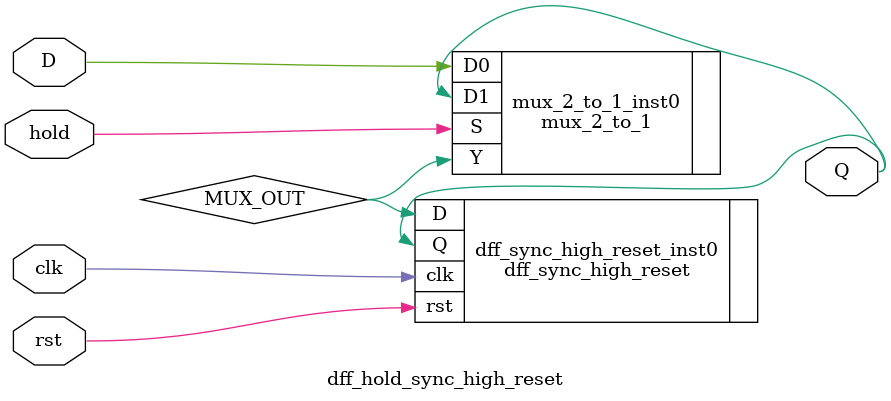
<source format=v>
module dff_hold_sync_high_reset (
  clk,
  rst,
  hold,
  D,
  Q);
  
  parameter DATA_WIDTH = 1;
  
  input                   clk;
  input                   rst;
  input                   hold;
  input  [DATA_WIDTH-1:0] D;
  output [DATA_WIDTH-1:0] Q;
  
  wire                    clk;
  wire                    rst;
  wire                    hold;
  wire   [DATA_WIDTH-1:0] D;
  wire   [DATA_WIDTH-1:0] Q;
  
  wire   [DATA_WIDTH-1:0] MUX_OUT;
  
  mux_2_to_1 # (
    .DATA_WIDTH(DATA_WIDTH)
  ) mux_2_to_1_inst0 (
    .D0(D),
    .D1(Q),
    .S(hold),
    .Y(MUX_OUT)
  ); 
  
  dff_sync_high_reset # (
    .DATA_WIDTH(DATA_WIDTH)
  ) dff_sync_high_reset_inst0 (
    .clk(clk),
    .rst(rst),
    .D(MUX_OUT),
    .Q(Q)
  );
  
endmodule

</source>
